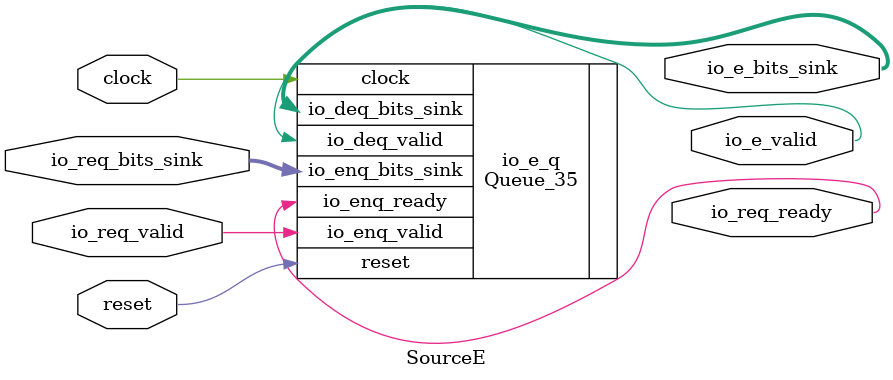
<source format=sv>
`ifndef RANDOMIZE
  `ifdef RANDOMIZE_REG_INIT
    `define RANDOMIZE
  `endif // RANDOMIZE_REG_INIT
`endif // not def RANDOMIZE
`ifndef RANDOMIZE
  `ifdef RANDOMIZE_MEM_INIT
    `define RANDOMIZE
  `endif // RANDOMIZE_MEM_INIT
`endif // not def RANDOMIZE

`ifndef RANDOM
  `define RANDOM $random
`endif // not def RANDOM

// Users can define 'PRINTF_COND' to add an extra gate to prints.
`ifndef PRINTF_COND_
  `ifdef PRINTF_COND
    `define PRINTF_COND_ (`PRINTF_COND)
  `else  // PRINTF_COND
    `define PRINTF_COND_ 1
  `endif // PRINTF_COND
`endif // not def PRINTF_COND_

// Users can define 'ASSERT_VERBOSE_COND' to add an extra gate to assert error printing.
`ifndef ASSERT_VERBOSE_COND_
  `ifdef ASSERT_VERBOSE_COND
    `define ASSERT_VERBOSE_COND_ (`ASSERT_VERBOSE_COND)
  `else  // ASSERT_VERBOSE_COND
    `define ASSERT_VERBOSE_COND_ 1
  `endif // ASSERT_VERBOSE_COND
`endif // not def ASSERT_VERBOSE_COND_

// Users can define 'STOP_COND' to add an extra gate to stop conditions.
`ifndef STOP_COND_
  `ifdef STOP_COND
    `define STOP_COND_ (`STOP_COND)
  `else  // STOP_COND
    `define STOP_COND_ 1
  `endif // STOP_COND
`endif // not def STOP_COND_

// Users can define INIT_RANDOM as general code that gets injected into the
// initializer block for modules with registers.
`ifndef INIT_RANDOM
  `define INIT_RANDOM
`endif // not def INIT_RANDOM

// If using random initialization, you can also define RANDOMIZE_DELAY to
// customize the delay used, otherwise 0.002 is used.
`ifndef RANDOMIZE_DELAY
  `define RANDOMIZE_DELAY 0.002
`endif // not def RANDOMIZE_DELAY

// Define INIT_RANDOM_PROLOG_ for use in our modules below.
`ifndef INIT_RANDOM_PROLOG_
  `ifdef RANDOMIZE
    `ifdef VERILATOR
      `define INIT_RANDOM_PROLOG_ `INIT_RANDOM
    `else  // VERILATOR
      `define INIT_RANDOM_PROLOG_ `INIT_RANDOM #`RANDOMIZE_DELAY begin end
    `endif // VERILATOR
  `else  // RANDOMIZE
    `define INIT_RANDOM_PROLOG_
  `endif // RANDOMIZE
`endif // not def INIT_RANDOM_PROLOG_

module SourceE(
  input        clock,
               reset,
               io_req_valid,
  input  [2:0] io_req_bits_sink,
  output       io_req_ready,
               io_e_valid,
  output [2:0] io_e_bits_sink
);

  Queue_35 io_e_q (	// @[Decoupled.scala:375:21]
    .clock            (clock),
    .reset            (reset),
    .io_enq_valid     (io_req_valid),
    .io_enq_bits_sink (io_req_bits_sink),
    .io_enq_ready     (io_req_ready),
    .io_deq_valid     (io_e_valid),
    .io_deq_bits_sink (io_e_bits_sink)
  );
endmodule


</source>
